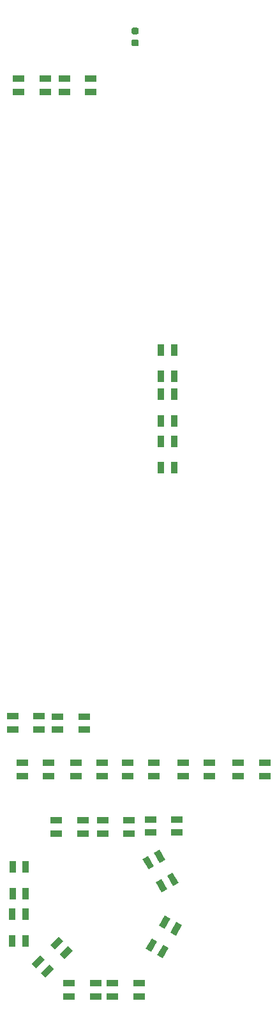
<source format=gbr>
%TF.GenerationSoftware,KiCad,Pcbnew,(5.1.10)-1*%
%TF.CreationDate,2022-05-14T12:30:45+10:00*%
%TF.ProjectId,DEFOG Panel PCB V2,4445464f-4720-4506-916e-656c20504342,rev?*%
%TF.SameCoordinates,Original*%
%TF.FileFunction,Paste,Top*%
%TF.FilePolarity,Positive*%
%FSLAX46Y46*%
G04 Gerber Fmt 4.6, Leading zero omitted, Abs format (unit mm)*
G04 Created by KiCad (PCBNEW (5.1.10)-1) date 2022-05-14 12:30:45*
%MOMM*%
%LPD*%
G01*
G04 APERTURE LIST*
%ADD10C,0.100000*%
%ADD11R,1.600000X0.850000*%
%ADD12R,0.850000X1.600000*%
G04 APERTURE END LIST*
D10*
%TO.C,D16*%
G36*
X142747833Y-161729276D02*
G01*
X142011711Y-162154276D01*
X141211711Y-160768636D01*
X141947833Y-160343636D01*
X142747833Y-161729276D01*
G37*
G36*
X141232289Y-162604276D02*
G01*
X140496167Y-163029276D01*
X139696167Y-161643636D01*
X140432289Y-161218636D01*
X141232289Y-162604276D01*
G37*
G36*
X144497833Y-164760364D02*
G01*
X143761711Y-165185364D01*
X142961711Y-163799724D01*
X143697833Y-163374724D01*
X144497833Y-164760364D01*
G37*
G36*
X142982289Y-165635364D02*
G01*
X142246167Y-166060364D01*
X141446167Y-164674724D01*
X142182289Y-164249724D01*
X142982289Y-165635364D01*
G37*
%TD*%
%TO.C,D17*%
G36*
X144130833Y-171762276D02*
G01*
X143394711Y-171337276D01*
X144194711Y-169951636D01*
X144930833Y-170376636D01*
X144130833Y-171762276D01*
G37*
G36*
X142615289Y-170887276D02*
G01*
X141879167Y-170462276D01*
X142679167Y-169076636D01*
X143415289Y-169501636D01*
X142615289Y-170887276D01*
G37*
G36*
X142380833Y-174793364D02*
G01*
X141644711Y-174368364D01*
X142444711Y-172982724D01*
X143180833Y-173407724D01*
X142380833Y-174793364D01*
G37*
G36*
X140865289Y-173918364D02*
G01*
X140129167Y-173493364D01*
X140929167Y-172107724D01*
X141665289Y-172532724D01*
X140865289Y-173918364D01*
G37*
%TD*%
D11*
%TO.C,D18*%
X139247000Y-179822000D03*
X139247000Y-178072000D03*
X135747000Y-179822000D03*
X135747000Y-178072000D03*
%TD*%
%TO.C,D19*%
X133480000Y-179810000D03*
X133480000Y-178060000D03*
X129980000Y-179810000D03*
X129980000Y-178060000D03*
%TD*%
D10*
%TO.C,D20*%
G36*
X129314990Y-174846488D02*
G01*
X128713949Y-174245447D01*
X129845320Y-173114076D01*
X130446361Y-173715117D01*
X129314990Y-174846488D01*
G37*
G36*
X128077553Y-173609051D02*
G01*
X127476512Y-173008010D01*
X128607883Y-171876639D01*
X129208924Y-172477680D01*
X128077553Y-173609051D01*
G37*
G36*
X126840117Y-177321361D02*
G01*
X126239076Y-176720320D01*
X127370447Y-175588949D01*
X127971488Y-176189990D01*
X126840117Y-177321361D01*
G37*
G36*
X125602680Y-176083924D02*
G01*
X125001639Y-175482883D01*
X126133010Y-174351512D01*
X126734051Y-174952553D01*
X125602680Y-176083924D01*
G37*
%TD*%
D12*
%TO.C,D21*%
X122440000Y-172440000D03*
X124190000Y-172440000D03*
X122440000Y-168940000D03*
X124190000Y-168940000D03*
%TD*%
D11*
%TO.C,D1*%
X126800000Y-59920000D03*
X126800000Y-58170000D03*
X123300000Y-59920000D03*
X123300000Y-58170000D03*
%TD*%
D12*
%TO.C,D22*%
X122460000Y-166180000D03*
X124210000Y-166180000D03*
X122460000Y-162680000D03*
X124210000Y-162680000D03*
%TD*%
D11*
%TO.C,D15*%
X144272000Y-158101000D03*
X144272000Y-156351000D03*
X140772000Y-158101000D03*
X140772000Y-156351000D03*
%TD*%
%TO.C,D14*%
X137922000Y-158214000D03*
X137922000Y-156464000D03*
X134422000Y-158214000D03*
X134422000Y-156464000D03*
%TD*%
%TO.C,D13*%
X131770000Y-158242000D03*
X131770000Y-156492000D03*
X128270000Y-158242000D03*
X128270000Y-156492000D03*
%TD*%
%TO.C,D12*%
X155900000Y-150594000D03*
X155900000Y-148844000D03*
X152400000Y-150594000D03*
X152400000Y-148844000D03*
%TD*%
%TO.C,D11*%
X148590000Y-150594000D03*
X148590000Y-148844000D03*
X145090000Y-150594000D03*
X145090000Y-148844000D03*
%TD*%
%TO.C,D10*%
X141224000Y-150594000D03*
X141224000Y-148844000D03*
X137724000Y-150594000D03*
X137724000Y-148844000D03*
%TD*%
%TO.C,D9*%
X134366000Y-150594000D03*
X134366000Y-148844000D03*
X130866000Y-150594000D03*
X130866000Y-148844000D03*
%TD*%
%TO.C,D8*%
X127254000Y-150594000D03*
X127254000Y-148844000D03*
X123754000Y-150594000D03*
X123754000Y-148844000D03*
%TD*%
%TO.C,D7*%
X131960000Y-144465000D03*
X131960000Y-142715000D03*
X128460000Y-144465000D03*
X128460000Y-142715000D03*
%TD*%
%TO.C,D6*%
X125980000Y-144460000D03*
X125980000Y-142710000D03*
X122480000Y-144460000D03*
X122480000Y-142710000D03*
%TD*%
D12*
%TO.C,D5*%
X142140000Y-109750000D03*
X143890000Y-109750000D03*
X142140000Y-106250000D03*
X143890000Y-106250000D03*
%TD*%
%TO.C,D4*%
X142160000Y-103530000D03*
X143910000Y-103530000D03*
X142160000Y-100030000D03*
X143910000Y-100030000D03*
%TD*%
%TO.C,D3*%
X142130000Y-97640000D03*
X143880000Y-97640000D03*
X142130000Y-94140000D03*
X143880000Y-94140000D03*
%TD*%
D11*
%TO.C,D2*%
X132830000Y-59955000D03*
X132830000Y-58205000D03*
X129330000Y-59955000D03*
X129330000Y-58205000D03*
%TD*%
%TO.C,R1*%
G36*
G01*
X138463750Y-53010000D02*
X138976250Y-53010000D01*
G75*
G02*
X139195000Y-53228750I0J-218750D01*
G01*
X139195000Y-53666250D01*
G75*
G02*
X138976250Y-53885000I-218750J0D01*
G01*
X138463750Y-53885000D01*
G75*
G02*
X138245000Y-53666250I0J218750D01*
G01*
X138245000Y-53228750D01*
G75*
G02*
X138463750Y-53010000I218750J0D01*
G01*
G37*
G36*
G01*
X138463750Y-51435000D02*
X138976250Y-51435000D01*
G75*
G02*
X139195000Y-51653750I0J-218750D01*
G01*
X139195000Y-52091250D01*
G75*
G02*
X138976250Y-52310000I-218750J0D01*
G01*
X138463750Y-52310000D01*
G75*
G02*
X138245000Y-52091250I0J218750D01*
G01*
X138245000Y-51653750D01*
G75*
G02*
X138463750Y-51435000I218750J0D01*
G01*
G37*
%TD*%
M02*

</source>
